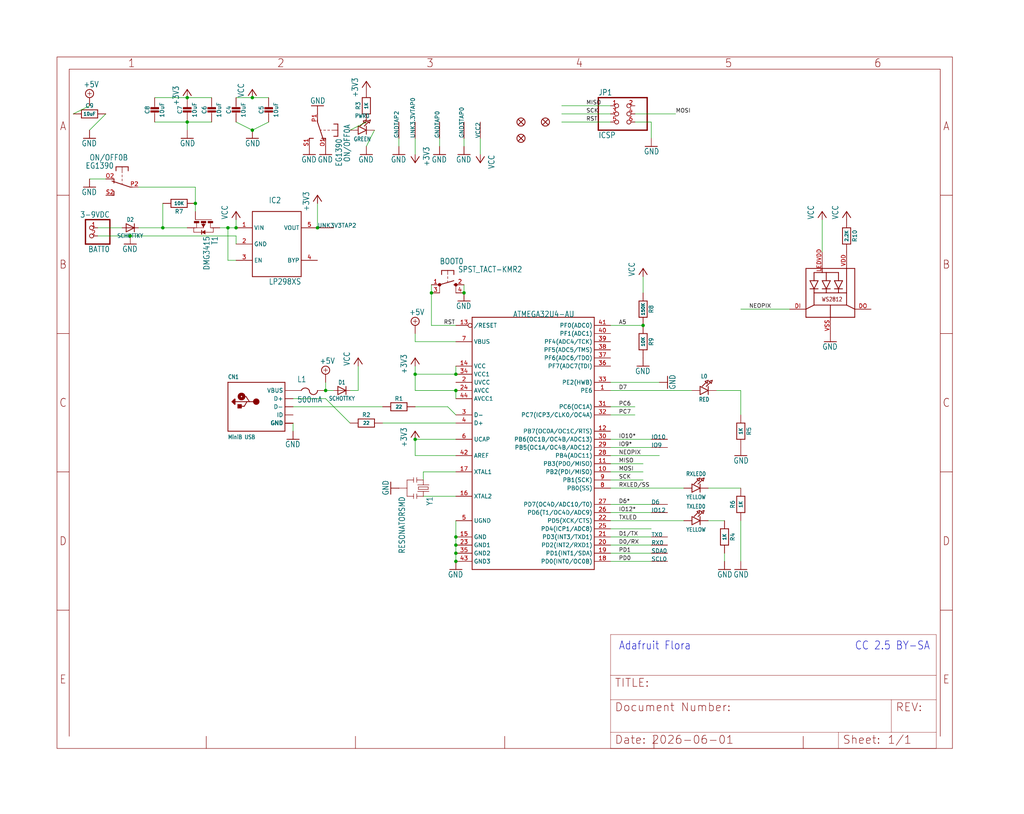
<source format=kicad_sch>
(kicad_sch (version 20230121) (generator eeschema)
  (paper "User" 319.507 254.127)
  (lib_symbols
    (symbol "working-eagle-import:+3V3" (power)
      (property "Value" "+3V3" (at -2.54 -5.08 90))
      (symbol "+3V3_1_0"
        (pin power_in line (at 0 -2.54 90) (length 2.54) (name "+3V3") (number "1"))
      )
    )
    (symbol "working-eagle-import:+5V" (power)
      (property "Value" "+5V" (at -1.905 3.175 0))
      (symbol "+5V_1_0"
        (pin power_in line (at 0 -2.54 90) (length 2.54) (name "+5V") (number "1"))
      )
    )
    (symbol "working-eagle-import:ATMEGA32U4-AU"
      (symbol "ATMEGA32U4-AU_1_0"
        (pin bidirectional line (at 25.4 22.86 180) (length 5.08) (name "PE6") (number "1"))
        (pin bidirectional line (at 25.4 -2.54 180) (length 5.08) (name "PB2(PDI/MISO)") (number "10"))
        (pin bidirectional line (at 25.4 0 180) (length 5.08) (name "PB3(PDO/MISO)") (number "11"))
        (pin bidirectional line (at 25.4 10.16 180) (length 5.08) (name "PB7(OC0A/OC1C/RTS)") (number "12"))
        (pin bidirectional inverted (at -22.86 43.18 0) (length 5.08) (name "/RESET") (number "13"))
        (pin bidirectional line (at -22.86 30.48 0) (length 5.08) (name "VCC") (number "14"))
        (pin bidirectional line (at -22.86 -22.86 0) (length 5.08) (name "GND") (number "15"))
        (pin bidirectional line (at -22.86 -10.16 0) (length 5.08) (name "XTAL2") (number "16"))
        (pin bidirectional line (at -22.86 -2.54 0) (length 5.08) (name "XTAL1") (number "17"))
        (pin bidirectional line (at 25.4 -30.48 180) (length 5.08) (name "PD0(INT0/OC0B)") (number "18"))
        (pin bidirectional line (at 25.4 -27.94 180) (length 5.08) (name "PD1(INT1/SDA)") (number "19"))
        (pin bidirectional line (at -22.86 25.4 0) (length 5.08) (name "UVCC") (number "2"))
        (pin bidirectional line (at 25.4 -25.4 180) (length 5.08) (name "PD2(INT2/RXD1)") (number "20"))
        (pin bidirectional line (at 25.4 -22.86 180) (length 5.08) (name "PD3(INT3/TXD1)") (number "21"))
        (pin bidirectional line (at 25.4 -17.78 180) (length 5.08) (name "PD5(XCK/CTS)") (number "22"))
        (pin bidirectional line (at -22.86 -25.4 0) (length 5.08) (name "GND1") (number "23"))
        (pin bidirectional line (at -22.86 22.86 0) (length 5.08) (name "AVCC") (number "24"))
        (pin bidirectional line (at 25.4 -20.32 180) (length 5.08) (name "PD4(ICP1/ADC8)") (number "25"))
        (pin bidirectional line (at 25.4 -15.24 180) (length 5.08) (name "PD6(T1/OC4D/ADC9)") (number "26"))
        (pin bidirectional line (at 25.4 -12.7 180) (length 5.08) (name "PD7(OC4D/ADC10/T0)") (number "27"))
        (pin bidirectional line (at 25.4 2.54 180) (length 5.08) (name "PB4(ADC11)") (number "28"))
        (pin bidirectional line (at 25.4 5.08 180) (length 5.08) (name "PB5(OC1A/OC4B/ADC12)") (number "29"))
        (pin bidirectional line (at -22.86 15.24 0) (length 5.08) (name "D-") (number "3"))
        (pin bidirectional line (at 25.4 7.62 180) (length 5.08) (name "PB6(OC1B/OC4B/ADC13)") (number "30"))
        (pin bidirectional line (at 25.4 17.78 180) (length 5.08) (name "PC6(OC1A)") (number "31"))
        (pin bidirectional line (at 25.4 15.24 180) (length 5.08) (name "PC7(ICP3/CLK0/OC4A)") (number "32"))
        (pin bidirectional line (at 25.4 25.4 180) (length 5.08) (name "PE2(HWB)") (number "33"))
        (pin bidirectional line (at -22.86 27.94 0) (length 5.08) (name "VCC1") (number "34"))
        (pin bidirectional line (at -22.86 -27.94 0) (length 5.08) (name "GND2") (number "35"))
        (pin bidirectional line (at 25.4 30.48 180) (length 5.08) (name "PF7(ADC7(TDI)") (number "36"))
        (pin bidirectional line (at 25.4 33.02 180) (length 5.08) (name "PF6(ADC6/TDO)") (number "37"))
        (pin bidirectional line (at 25.4 35.56 180) (length 5.08) (name "PF5(ADC5/TMS)") (number "38"))
        (pin bidirectional line (at 25.4 38.1 180) (length 5.08) (name "PF4(ADC4/TCK)") (number "39"))
        (pin bidirectional line (at -22.86 12.7 0) (length 5.08) (name "D+") (number "4"))
        (pin bidirectional line (at 25.4 40.64 180) (length 5.08) (name "PF1(ADC1)") (number "40"))
        (pin bidirectional line (at 25.4 43.18 180) (length 5.08) (name "PF0(ADC0)") (number "41"))
        (pin bidirectional line (at -22.86 2.54 0) (length 5.08) (name "AREF") (number "42"))
        (pin bidirectional line (at -22.86 -30.48 0) (length 5.08) (name "GND3") (number "43"))
        (pin bidirectional line (at -22.86 20.32 0) (length 5.08) (name "AVCC1") (number "44"))
        (pin bidirectional line (at -22.86 -17.78 0) (length 5.08) (name "UGND") (number "5"))
        (pin bidirectional line (at -22.86 7.62 0) (length 5.08) (name "UCAP") (number "6"))
        (pin bidirectional line (at -22.86 38.1 0) (length 5.08) (name "VBUS") (number "7"))
        (pin bidirectional line (at 25.4 -7.62 180) (length 5.08) (name "PB0(SS)") (number "8"))
        (pin bidirectional line (at 25.4 -5.08 180) (length 5.08) (name "PB1(SCK)") (number "9"))
      )
    )
    (symbol "working-eagle-import:CAP_CERAMIC0805-NOOUTLINE"
      (property "Reference" "C" (at -2.29 1.25 90))
      (symbol "CAP_CERAMIC0805-NOOUTLINE_1_0"
        (pin passive line (at 0 5.08 270) (length 2.54) (name "1") (number "1"))
        (pin passive line (at 0 -2.54 90) (length 2.54) (name "2") (number "2"))
      )
    )
    (symbol "working-eagle-import:DIODESOD-123"
      (property "Reference" "D" (at 0 2.54 0))
      (symbol "DIODESOD-123_1_0"
        (pin passive line (at -2.54 0 0) (length 2.54) (name "A") (number "A"))
        (pin passive line (at 2.54 0 180) (length 2.54) (name "C") (number "C"))
      )
    )
    (symbol "working-eagle-import:DPDT-EG1390"
      (property "Reference" "SW" (at -8.255 -1.905 90))
      (symbol "DPDT-EG1390_1_0"
        (pin passive line (at -2.54 5.08 270) (length 2.54) (name "O") (number "O1"))
        (pin passive line (at 0 -5.08 90) (length 2.54) (name "P") (number "P1"))
        (pin passive line (at 2.54 5.08 270) (length 2.54) (name "S") (number "S1"))
      )
      (symbol "DPDT-EG1390_2_0"
        (pin passive line (at -2.54 5.08 270) (length 2.54) (name "O") (number "O2"))
        (pin passive line (at 0 -5.08 90) (length 2.54) (name "P") (number "P2"))
        (pin passive line (at 2.54 5.08 270) (length 2.54) (name "S") (number "S2"))
      )
    )
    (symbol "working-eagle-import:FIDUCIAL{dblquote}{dblquote}")
    (symbol "working-eagle-import:FRAME_A_L"
      (symbol "FRAME_A_L_1_0"
        (text "1" (at 23.2833 213.995 0) (effects (font (size 2.54 2.286))))
        (text "2" (at 69.85 213.995 0) (effects (font (size 2.54 2.286))))
        (text "3" (at 116.4167 213.995 0) (effects (font (size 2.54 2.286))))
        (text "4" (at 162.9833 213.995 0) (effects (font (size 2.54 2.286))))
        (text "5" (at 209.55 213.995 0) (effects (font (size 2.54 2.286))))
        (text "6" (at 256.1167 213.995 0) (effects (font (size 2.54 2.286))))
        (text "A" (at 1.905 194.31 0) (effects (font (size 2.54 2.286))))
        (text "A" (at 277.495 194.31 0) (effects (font (size 2.54 2.286))))
        (text "B" (at 1.905 151.13 0) (effects (font (size 2.54 2.286))))
        (text "B" (at 277.495 151.13 0) (effects (font (size 2.54 2.286))))
        (text "C" (at 1.905 107.95 0) (effects (font (size 2.54 2.286))))
        (text "C" (at 277.495 107.95 0) (effects (font (size 2.54 2.286))))
        (text "D" (at 1.905 64.77 0) (effects (font (size 2.54 2.286))))
        (text "D" (at 277.495 64.77 0) (effects (font (size 2.54 2.286))))
        (text "E" (at 1.905 21.59 0) (effects (font (size 2.54 2.286))))
        (text "E" (at 277.495 21.59 0) (effects (font (size 2.54 2.286))))
      )
      (symbol "FRAME_A_L_2_0"
        (text "${#}/${##}" (at 86.36 1.27 0) (effects (font (size 2.54 2.54)) (justify left bottom)))
        (text "${CURRENT_DATE}" (at 12.7 1.27 0) (effects (font (size 2.54 2.54)) (justify left bottom)))
        (text "${PROJECTNAME}" (at 17.78 19.05 0) (effects (font (size 2.54 2.54)) (justify left bottom)))
        (text "Date:" (at 1.27 1.27 0) (effects (font (size 2.54 2.54)) (justify left bottom)))
        (text "Document Number:" (at 1.27 11.43 0) (effects (font (size 2.54 2.54)) (justify left bottom)))
        (text "REV:" (at 88.9 11.43 0) (effects (font (size 2.54 2.54)) (justify left bottom)))
        (text "Sheet:" (at 72.39 1.27 0) (effects (font (size 2.54 2.54)) (justify left bottom)))
        (text "TITLE:" (at 1.27 19.05 0) (effects (font (size 2.54 2.54)) (justify left bottom)))
      )
    )
    (symbol "working-eagle-import:GND" (power)
      (property "Value" "GND" (at -2.54 -2.54 0))
      (symbol "GND_1_0"
        (pin power_in line (at 0 2.54 270) (length 2.54) (name "GND") (number "1"))
      )
    )
    (symbol "working-eagle-import:JST_2PIN-SMT-RA"
      (property "Reference" "CN" (at -6.35 5.715 0))
      (symbol "JST_2PIN-SMT-RA_1_0"
        (pin passive inverted (at -2.54 0 0) (length 2.54) (name "2") (number "1"))
        (pin passive inverted (at -2.54 2.54 0) (length 2.54) (name "1") (number "2"))
      )
    )
    (symbol "working-eagle-import:LED0805_NOOUTLINE"
      (property "Reference" "D" (at -1.27 4.445 0))
      (symbol "LED0805_NOOUTLINE_1_0"
        (pin passive line (at -5.08 0 0) (length 2.54) (name "A") (number "A"))
        (pin passive line (at 2.54 0 180) (length 2.54) (name "C") (number "C"))
      )
    )
    (symbol "working-eagle-import:LP298XS"
      (property "Reference" "IC" (at -12.7 -5.08 90))
      (symbol "LP298XS_1_0"
        (pin bidirectional line (at -5.08 -15.24 90) (length 5.08) (name "VIN") (number "1"))
        (pin bidirectional line (at 0 -15.24 90) (length 5.08) (name "GND") (number "2"))
        (pin bidirectional line (at 5.08 -15.24 90) (length 5.08) (name "EN") (number "3"))
        (pin bidirectional line (at 5.08 10.16 270) (length 5.08) (name "BYP") (number "4"))
        (pin bidirectional line (at -5.08 10.16 270) (length 5.08) (name "VOUT") (number "5"))
      )
    )
    (symbol "working-eagle-import:PINHD-2X3"
      (property "Reference" "JP" (at -6.35 5.715 0))
      (symbol "PINHD-2X3_1_0"
        (pin passive inverted (at -2.54 2.54 0) (length 2.54) (name "1") (number "1"))
        (pin passive inverted (at 5.08 2.54 180) (length 2.54) (name "2") (number "2"))
        (pin passive inverted (at -2.54 0 0) (length 2.54) (name "3") (number "3"))
        (pin passive inverted (at 5.08 0 180) (length 2.54) (name "4") (number "4"))
        (pin passive inverted (at -2.54 -2.54 0) (length 2.54) (name "5") (number "5"))
        (pin passive inverted (at 5.08 -2.54 180) (length 2.54) (name "6") (number "6"))
      )
    )
    (symbol "working-eagle-import:PMOSSOT23"
      (property "Reference" "T" (at 2.54 2.54 0))
      (symbol "PMOSSOT23_1_0"
        (pin passive line (at 0 5.08 270) (length 2.54) (name "D") (number "1"))
        (pin passive line (at 0 -5.08 90) (length 2.54) (name "S") (number "2"))
        (pin passive line (at -5.08 -2.54 0) (length 2.54) (name "G") (number "3"))
      )
    )
    (symbol "working-eagle-import:PTCFUSE-1206"
      (property "Reference" "F" (at -3.81 5.08 0))
      (symbol "PTCFUSE-1206_1_0"
        (pin passive line (at -5.08 2.54 0) (length 2.54) (name "1") (number "1"))
        (pin passive line (at 5.08 2.54 180) (length 2.54) (name "2") (number "2"))
      )
    )
    (symbol "working-eagle-import:RESISTOR0805_NOOUTLINE"
      (property "Reference" "R" (at 0 2.54 0))
      (symbol "RESISTOR0805_NOOUTLINE_1_0"
        (pin passive line (at -5.08 0 0) (length 2.54) (name "1") (number "1"))
        (pin passive line (at 5.08 0 180) (length 2.54) (name "2") (number "2"))
      )
    )
    (symbol "working-eagle-import:RESISTOR_0805MP"
      (property "Reference" "R" (at 0 2.54 0))
      (symbol "RESISTOR_0805MP_1_0"
        (pin passive line (at -5.08 0 0) (length 2.54) (name "1") (number "1"))
        (pin passive line (at 5.08 0 180) (length 2.54) (name "2") (number "2"))
      )
    )
    (symbol "working-eagle-import:RESONATORSMD"
      (property "Reference" "Y" (at 2.54 1.016 0))
      (symbol "RESONATORSMD_1_0"
        (pin passive line (at -2.54 0 0) (length 0) (name "1") (number "1"))
        (pin passive line (at 0 -7.62 90) (length 0) (name "2") (number "2"))
        (pin passive line (at 2.54 0 180) (length 0) (name "3") (number "3"))
      )
    )
    (symbol "working-eagle-import:SEWTAP-2.0IN"
      (property "Reference" "TP" (at 0 0 0))
      (symbol "SEWTAP-2.0IN_1_0"
        (pin bidirectional line (at 0 0 0) (length 5.08) (name "SEW") (number "P$1"))
      )
    )
    (symbol "working-eagle-import:SPST_TACT-KMR2"
      (property "Reference" "SW" (at -6.35 -2.54 90))
      (symbol "SPST_TACT-KMR2_1_0"
        (pin passive line (at 0 -5.08 90) (length 2.54) (name "P") (number "1"))
        (pin passive line (at 0 5.08 270) (length 2.54) (name "S") (number "2"))
        (pin passive line (at 2.54 -5.08 90) (length 2.54) (name "P1") (number "3"))
        (pin passive line (at 2.54 5.08 270) (length 2.54) (name "S1") (number "4"))
      )
    )
    (symbol "working-eagle-import:USBMICRO_20329"
      (property "Reference" "X" (at -10.16 8.636 0))
      (symbol "USBMICRO_20329_1_0"
        (pin power_in line (at 10.16 -5.08 180) (length 2.54) (name "GND") (number "BASE@1"))
        (pin power_in line (at 10.16 -5.08 180) (length 2.54) (name "GND") (number "BASE@2"))
        (pin bidirectional line (at 10.16 2.54 180) (length 2.54) (name "D+") (number "D+"))
        (pin bidirectional line (at 10.16 0 180) (length 2.54) (name "D-") (number "D-"))
        (pin power_in line (at 10.16 -5.08 180) (length 2.54) (name "GND") (number "GND"))
        (pin bidirectional line (at 10.16 -2.54 180) (length 2.54) (name "ID") (number "ID"))
        (pin power_in line (at 10.16 -5.08 180) (length 2.54) (name "GND") (number "SPRT@1"))
        (pin power_in line (at 10.16 -5.08 180) (length 2.54) (name "GND") (number "SPRT@2"))
        (pin power_in line (at 10.16 -5.08 180) (length 2.54) (name "GND") (number "SPRT@3"))
        (pin power_in line (at 10.16 -5.08 180) (length 2.54) (name "GND") (number "SPRT@4"))
        (pin power_in line (at 10.16 5.08 180) (length 2.54) (name "VBUS") (number "VBUS"))
      )
    )
    (symbol "working-eagle-import:VCC" (power)
      (property "Value" "VCC" (at -2.54 -2.54 90))
      (symbol "VCC_1_0"
        (pin power_in line (at 0 -2.54 90) (length 2.54) (name "VCC") (number "1"))
      )
    )
    (symbol "working-eagle-import:WS2812"
      (symbol "WS2812_1_0"
        (text "WS2812" (at 3.81 1.27 0) (effects (font (size 1.27 1.0795)) (justify right top)))
        (pin input line (at -12.7 -2.54 0) (length 5.08) (name "DI") (number "DI"))
        (pin output line (at 12.7 -2.54 180) (length 5.08) (name "DO") (number "DO"))
        (pin power_in line (at -2.54 15.24 270) (length 5.08) (name "LEDVDD") (number "LEDVDD"))
        (pin power_in line (at 5.08 15.24 270) (length 5.08) (name "VDD") (number "VDD"))
        (pin power_in line (at 0 -10.16 90) (length 5.08) (name "GND") (number "VSS"))
      )
    )
  )
  (junction (at 142.24 172.72))
  (junction (at 58.42 30.48))
  (junction (at 144.78 91.44))
  (junction (at 134.62 91.44))
  (junction (at 73.66 71.12))
  (junction (at 99.06 71.12))
  (junction (at 142.24 121.92))
  (junction (at 142.24 116.84))
  (junction (at 200.66 101.6))
  (junction (at 129.54 137.16))
  (junction (at 142.24 170.18))
  (junction (at 60.96 63.5))
  (junction (at 71.12 71.12))
  (junction (at 78.74 30.48))
  (junction (at 101.6 121.92))
  (junction (at 142.24 167.64))
  (junction (at 142.24 175.26))
  (junction (at 78.74 40.64))
  (junction (at 40.64 73.66))
  (junction (at 58.42 38.1))
  (junction (at 129.54 116.84))
  (junction (at 50.8 71.12))
  (wire (pts (xy 190.5 142.24) (xy 205.74 142.24)) (stroke (width 0.1524)))
  (wire (pts (xy 142.24 172.72) (xy 142.24 175.26)) (stroke (width 0.1524)))
  (wire (pts (xy 205.74 119.38) (xy 190.5 119.38)) (stroke (width 0.1524)))
  (wire (pts (xy 43.18 58.42) (xy 60.96 58.42)) (stroke (width 0.1524)))
  (wire (pts (xy 73.66 38.1) (xy 78.74 40.64)) (stroke (width 0.1524)))
  (wire (pts (xy 91.44 132.08) (xy 91.44 134.62)) (stroke (width 0.1524)))
  (wire (pts (xy 30.48 71.12) (xy 38.1 71.12)) (stroke (width 0.1524)))
  (wire (pts (xy 129.54 106.68) (xy 129.54 104.14)) (stroke (width 0.1524)))
  (wire (pts (xy 246.38 96.52) (xy 231.14 96.52)) (stroke (width 0.1524)))
  (wire (pts (xy 190.5 165.1) (xy 203.2 165.1)) (stroke (width 0.1524)))
  (wire (pts (xy 71.12 71.12) (xy 73.66 71.12)) (stroke (width 0.1524)))
  (wire (pts (xy 66.04 30.48) (xy 58.42 30.48)) (stroke (width 0.1524)))
  (wire (pts (xy 142.24 154.94) (xy 132.08 154.94)) (stroke (width 0.1524)))
  (wire (pts (xy 220.98 152.4) (xy 231.14 152.4)) (stroke (width 0.1524)))
  (wire (pts (xy 73.66 30.48) (xy 78.74 30.48)) (stroke (width 0.1524)))
  (wire (pts (xy 91.44 124.46) (xy 101.6 124.46)) (stroke (width 0.1524)))
  (wire (pts (xy 73.66 73.66) (xy 40.64 73.66)) (stroke (width 0.1524)))
  (wire (pts (xy 190.5 121.92) (xy 215.9 121.92)) (stroke (width 0.1524)))
  (wire (pts (xy 190.5 147.32) (xy 200.66 147.32)) (stroke (width 0.1524)))
  (wire (pts (xy 68.58 71.12) (xy 71.12 71.12)) (stroke (width 0.1524)))
  (wire (pts (xy 78.74 40.64) (xy 83.82 38.1)) (stroke (width 0.1524)))
  (wire (pts (xy 190.5 33.02) (xy 175.26 33.02)) (stroke (width 0.1524)))
  (wire (pts (xy 60.96 63.5) (xy 60.96 66.04)) (stroke (width 0.1524)))
  (wire (pts (xy 101.6 124.46) (xy 109.22 132.08)) (stroke (width 0.1524)))
  (wire (pts (xy 190.5 101.6) (xy 200.66 101.6)) (stroke (width 0.1524)))
  (wire (pts (xy 142.24 162.56) (xy 142.24 167.64)) (stroke (width 0.1524)))
  (wire (pts (xy 190.5 139.7) (xy 203.2 139.7)) (stroke (width 0.1524)))
  (wire (pts (xy 231.14 175.26) (xy 231.14 162.56)) (stroke (width 0.1524)))
  (wire (pts (xy 190.5 144.78) (xy 200.66 144.78)) (stroke (width 0.1524)))
  (wire (pts (xy 144.78 88.9) (xy 144.78 91.44)) (stroke (width 0.1524)))
  (wire (pts (xy 142.24 124.46) (xy 142.24 121.92)) (stroke (width 0.1524)))
  (wire (pts (xy 190.5 38.1) (xy 175.26 38.1)) (stroke (width 0.1524)))
  (wire (pts (xy 149.86 43.18) (xy 149.86 48.26)) (stroke (width 0.1524)))
  (wire (pts (xy 203.2 43.18) (xy 203.2 38.1)) (stroke (width 0.1524)))
  (wire (pts (xy 190.5 137.16) (xy 203.2 137.16)) (stroke (width 0.1524)))
  (wire (pts (xy 134.62 88.9) (xy 134.62 91.44)) (stroke (width 0.1524)))
  (wire (pts (xy 48.26 30.48) (xy 58.42 30.48)) (stroke (width 0.1524)))
  (wire (pts (xy 132.08 147.32) (xy 132.08 149.86)) (stroke (width 0.1524)))
  (wire (pts (xy 142.24 121.92) (xy 129.54 121.92)) (stroke (width 0.1524)))
  (wire (pts (xy 101.6 119.38) (xy 101.6 121.92)) (stroke (width 0.1524)))
  (wire (pts (xy 223.52 121.92) (xy 231.14 121.92)) (stroke (width 0.1524)))
  (wire (pts (xy 132.08 147.32) (xy 142.24 147.32)) (stroke (width 0.1524)))
  (wire (pts (xy 142.24 101.6) (xy 134.62 101.6)) (stroke (width 0.1524)))
  (wire (pts (xy 114.3 38.1) (xy 109.22 40.64)) (stroke (width 0.1524)))
  (wire (pts (xy 137.16 45.72) (xy 137.16 43.18)) (stroke (width 0.1524)))
  (wire (pts (xy 27.94 33.02) (xy 22.86 35.56)) (stroke (width 0.1524)))
  (wire (pts (xy 190.5 129.54) (xy 198.12 129.54)) (stroke (width 0.1524)))
  (wire (pts (xy 27.94 55.88) (xy 33.02 55.88)) (stroke (width 0.1524)))
  (wire (pts (xy 190.5 35.56) (xy 175.26 35.56)) (stroke (width 0.1524)))
  (wire (pts (xy 30.48 73.66) (xy 40.64 73.66)) (stroke (width 0.1524)))
  (wire (pts (xy 142.24 116.84) (xy 142.24 114.3)) (stroke (width 0.1524)))
  (wire (pts (xy 203.2 38.1) (xy 198.12 38.1)) (stroke (width 0.1524)))
  (wire (pts (xy 200.66 86.36) (xy 200.66 91.44)) (stroke (width 0.1524)))
  (wire (pts (xy 226.06 162.56) (xy 220.98 162.56)) (stroke (width 0.1524)))
  (wire (pts (xy 129.54 116.84) (xy 142.24 116.84)) (stroke (width 0.1524)))
  (wire (pts (xy 43.18 71.12) (xy 50.8 71.12)) (stroke (width 0.1524)))
  (wire (pts (xy 58.42 71.12) (xy 50.8 71.12)) (stroke (width 0.1524)))
  (wire (pts (xy 73.66 81.28) (xy 71.12 81.28)) (stroke (width 0.1524)))
  (wire (pts (xy 190.5 127) (xy 198.12 127)) (stroke (width 0.1524)))
  (wire (pts (xy 129.54 142.24) (xy 142.24 142.24)) (stroke (width 0.1524)))
  (wire (pts (xy 129.54 127) (xy 139.7 127)) (stroke (width 0.1524)))
  (wire (pts (xy 231.14 121.92) (xy 231.14 129.54)) (stroke (width 0.1524)))
  (wire (pts (xy 203.2 157.48) (xy 190.5 157.48)) (stroke (width 0.1524)))
  (wire (pts (xy 190.5 172.72) (xy 203.2 172.72)) (stroke (width 0.1524)))
  (wire (pts (xy 50.8 63.5) (xy 50.8 71.12)) (stroke (width 0.1524)))
  (wire (pts (xy 190.5 152.4) (xy 213.36 152.4)) (stroke (width 0.1524)))
  (wire (pts (xy 190.5 175.26) (xy 203.2 175.26)) (stroke (width 0.1524)))
  (wire (pts (xy 144.78 45.72) (xy 144.78 43.18)) (stroke (width 0.1524)))
  (wire (pts (xy 66.04 38.1) (xy 58.42 38.1)) (stroke (width 0.1524)))
  (wire (pts (xy 119.38 132.08) (xy 142.24 132.08)) (stroke (width 0.1524)))
  (wire (pts (xy 129.54 137.16) (xy 129.54 142.24)) (stroke (width 0.1524)))
  (wire (pts (xy 190.5 162.56) (xy 213.36 162.56)) (stroke (width 0.1524)))
  (wire (pts (xy 104.14 121.92) (xy 101.6 121.92)) (stroke (width 0.1524)))
  (wire (pts (xy 71.12 81.28) (xy 71.12 71.12)) (stroke (width 0.1524)))
  (wire (pts (xy 139.7 127) (xy 142.24 129.54)) (stroke (width 0.1524)))
  (wire (pts (xy 78.74 30.48) (xy 83.82 30.48)) (stroke (width 0.1524)))
  (wire (pts (xy 111.76 121.92) (xy 111.76 114.3)) (stroke (width 0.1524)))
  (wire (pts (xy 190.5 160.02) (xy 203.2 160.02)) (stroke (width 0.1524)))
  (wire (pts (xy 109.22 121.92) (xy 111.76 121.92)) (stroke (width 0.1524)))
  (wire (pts (xy 129.54 48.26) (xy 129.54 43.18)) (stroke (width 0.1524)))
  (wire (pts (xy 142.24 106.68) (xy 129.54 106.68)) (stroke (width 0.1524)))
  (wire (pts (xy 142.24 137.16) (xy 129.54 137.16)) (stroke (width 0.1524)))
  (wire (pts (xy 129.54 116.84) (xy 129.54 114.3)) (stroke (width 0.1524)))
  (wire (pts (xy 190.5 149.86) (xy 200.66 149.86)) (stroke (width 0.1524)))
  (wire (pts (xy 124.46 45.72) (xy 124.46 43.18)) (stroke (width 0.1524)))
  (wire (pts (xy 226.06 175.26) (xy 226.06 172.72)) (stroke (width 0.1524)))
  (wire (pts (xy 256.54 68.58) (xy 256.54 78.74)) (stroke (width 0.1524)))
  (wire (pts (xy 27.94 40.64) (xy 33.02 35.56)) (stroke (width 0.1524)))
  (wire (pts (xy 142.24 170.18) (xy 142.24 172.72)) (stroke (width 0.1524)))
  (wire (pts (xy 73.66 71.12) (xy 73.66 68.58)) (stroke (width 0.1524)))
  (wire (pts (xy 91.44 127) (xy 119.38 127)) (stroke (width 0.1524)))
  (wire (pts (xy 114.3 45.72) (xy 116.84 40.64)) (stroke (width 0.1524)))
  (wire (pts (xy 190.5 167.64) (xy 203.2 167.64)) (stroke (width 0.1524)))
  (wire (pts (xy 99.06 63.5) (xy 99.06 71.12)) (stroke (width 0.1524)))
  (wire (pts (xy 73.66 76.2) (xy 73.66 73.66)) (stroke (width 0.1524)))
  (wire (pts (xy 190.5 170.18) (xy 203.2 170.18)) (stroke (width 0.1524)))
  (wire (pts (xy 198.12 35.56) (xy 210.82 35.56)) (stroke (width 0.1524)))
  (wire (pts (xy 134.62 101.6) (xy 134.62 91.44)) (stroke (width 0.1524)))
  (wire (pts (xy 58.42 40.64) (xy 58.42 38.1)) (stroke (width 0.1524)))
  (wire (pts (xy 129.54 121.92) (xy 129.54 116.84)) (stroke (width 0.1524)))
  (wire (pts (xy 142.24 167.64) (xy 142.24 170.18)) (stroke (width 0.1524)))
  (wire (pts (xy 60.96 58.42) (xy 60.96 63.5)) (stroke (width 0.1524)))
  (wire (pts (xy 58.42 38.1) (xy 48.26 38.1)) (stroke (width 0.1524)))
  (text "Adafruit Flora" (at 193.04 203.2 0) (effects (font (size 2.54 2.159)) (justify left bottom)))
  (text "CC 2.5 BY-SA" (at 266.7 203.2 0) (effects (font (size 2.54 2.159)) (justify left bottom)))
  (label "MISO" (at 193.04 144.78 0) (effects (font (size 1.2446 1.2446))))
  (label "PD0" (at 193.04 175.26 0) (effects (font (size 1.2446 1.2446))))
  (label "IO9*" (at 193.04 139.7 0) (effects (font (size 1.2446 1.2446))))
  (label "RST" (at 182.88 38.1 0) (effects (font (size 1.2446 1.2446))))
  (label "D1/TX" (at 193.04 167.64 0) (effects (font (size 1.2446 1.2446))))
  (label "MISO" (at 182.88 33.02 0) (effects (font (size 1.2446 1.2446))))
  (label "SCK" (at 193.04 149.86 0) (effects (font (size 1.2446 1.2446))))
  (label "MOSI" (at 210.82 35.56 0) (effects (font (size 1.2446 1.2446))))
  (label "MOSI" (at 193.04 147.32 0) (effects (font (size 1.2446 1.2446))))
  (label "NEOPIX" (at 233.68 96.52 0) (effects (font (size 1.2446 1.2446))))
  (label "RXLED/SS" (at 193.04 152.4 0) (effects (font (size 1.2446 1.2446))))
  (label "PC7" (at 193.04 129.54 0) (effects (font (size 1.2446 1.2446))))
  (label "D6*" (at 193.04 157.48 0) (effects (font (size 1.2446 1.2446))))
  (label "RST" (at 138.43 101.6 0) (effects (font (size 1.2446 1.2446))))
  (label "IO10*" (at 193.04 137.16 0) (effects (font (size 1.2446 1.2446))))
  (label "NEOPIX" (at 193.04 142.24 0) (effects (font (size 1.2446 1.2446))))
  (label "SCK" (at 182.88 35.56 0) (effects (font (size 1.2446 1.2446))))
  (label "TXLED" (at 193.04 162.56 0) (effects (font (size 1.2446 1.2446))))
  (label "PD1" (at 193.04 172.72 0) (effects (font (size 1.2446 1.2446))))
  (label "IO12*" (at 193.04 160.02 0) (effects (font (size 1.2446 1.2446))))
  (label "PC6" (at 193.04 127 0) (effects (font (size 1.2446 1.2446))))
  (label "D7" (at 193.04 121.92 0) (effects (font (size 1.2446 1.2446))))
  (label "A5" (at 193.04 101.6 0) (effects (font (size 1.2446 1.2446))))
  (label "D0/RX" (at 193.04 170.18 0) (effects (font (size 1.2446 1.2446))))
  (symbol (lib_id "working-eagle-import:RESISTOR0805_NOOUTLINE") (at 231.14 157.48 90) (unit 1)
    (property "Reference" "R6" (at 228.6 157.48 0))
    (property "Value" "1K" (at 231.14 157.48 0) (effects (font (size 1.016 1.016) bold)))
    (property "Footprint" "working:0805-NO" (effects hide))
  )
  (symbol (lib_id "working-eagle-import:LED0805_NOOUTLINE") (at 114.3 40.64 0) (unit 1)
    (property "Reference" "PWR0" (at 113.03 36.195 0) (effects (font (size 1.27 1.0795))))
    (property "Value" "GREEN" (at 113.03 43.434 0) (effects (font (size 1.27 1.0795))))
    (property "Footprint" "working:CHIPLED_0805_NOOUTLINE" (effects hide))
  )
  (symbol (lib_id "working-eagle-import:RESISTOR0805_NOOUTLINE") (at 200.66 106.68 270) (unit 1)
    (property "Reference" "R9" (at 203.2 106.68 0))
    (property "Value" "10K" (at 200.66 106.68 0) (effects (font (size 1.016 1.016) bold)))
    (property "Footprint" "working:0805-NO" (effects hide))
  )
  (symbol (lib_id "working-eagle-import:LP298XS") (at 88.9 76.2 270) (unit 1)
    (property "Reference" "IC2" (at 83.82 63.5 90) (effects (font (size 1.778 1.5113)) (justify left bottom)))
    (property "Value" "LP298XS" (at 83.82 88.9 90) (effects (font (size 1.778 1.5113)) (justify left bottom)))
    (property "Footprint" "working:SOT23-5L" (effects hide))
  )
  (symbol (lib_id "working-eagle-import:GND") (at 58.42 43.18 0) (mirror y) (unit 1)
    (property "Reference" "#GND22" (effects hide))
    (property "Value" "GND" (at 60.96 45.72 0) (effects (font (size 1.778 1.5113)) (justify left bottom)))
  )
  (symbol (lib_id "working-eagle-import:WS2812") (at 259.08 93.98 0) (unit 1)
    (property "Reference" "LED1" (effects hide))
    (property "Value" "WS2812" (effects hide))
    (property "Footprint" "working:WS2812" (effects hide))
  )
  (symbol (lib_id "working-eagle-import:RESISTOR0805_NOOUTLINE") (at 200.66 96.52 270) (unit 1)
    (property "Reference" "R8" (at 203.2 96.52 0))
    (property "Value" "150K" (at 200.66 96.52 0) (effects (font (size 1.016 1.016) bold)))
    (property "Footprint" "working:0805-NO" (effects hide))
  )
  (symbol (lib_id "working-eagle-import:CAP_CERAMIC0805-NOOUTLINE") (at 58.42 35.56 0) (unit 1)
    (property "Reference" "C7" (at 56.13 34.31 90))
    (property "Value" "10uF" (at 60.72 34.31 90))
    (property "Footprint" "working:0805-NO" (effects hide))
  )
  (symbol (lib_id "working-eagle-import:SEWTAP-2.0IN") (at 129.54 43.18 90) (unit 1)
    (property "Reference" "UNK3.3VTAP0" (at 129.54 43.18 0) (effects (justify left bottom)))
    (property "Value" "SEWTAP-2.0IN" (effects hide))
    (property "Footprint" "working:SEWINGTAP_2.0" (effects hide))
  )
  (symbol (lib_id "working-eagle-import:SEWTAP-2.0IN") (at 203.2 172.72 0) (unit 1)
    (property "Reference" "SDA0" (at 203.2 172.72 0) (effects (justify left bottom)))
    (property "Value" "SEWTAP-2.0IN" (effects hide))
    (property "Footprint" "working:SEWINGTAP_2.0" (effects hide))
  )
  (symbol (lib_id "working-eagle-import:SEWTAP-2.0IN") (at 203.2 139.7 0) (unit 1)
    (property "Reference" "IO9" (at 203.2 139.7 0) (effects (justify left bottom)))
    (property "Value" "SEWTAP-2.0IN" (effects hide))
    (property "Footprint" "working:SEWINGTAP_2.0" (effects hide))
  )
  (symbol (lib_id "working-eagle-import:GND") (at 78.74 43.18 0) (mirror y) (unit 1)
    (property "Reference" "#GND23" (effects hide))
    (property "Value" "GND" (at 81.28 45.72 0) (effects (font (size 1.778 1.5113)) (justify left bottom)))
  )
  (symbol (lib_id "working-eagle-import:CAP_CERAMIC0805-NOOUTLINE") (at 73.66 35.56 0) (unit 1)
    (property "Reference" "C4" (at 71.37 34.31 90))
    (property "Value" "10uF" (at 75.96 34.31 90))
    (property "Footprint" "working:0805-NO" (effects hide))
  )
  (symbol (lib_id "working-eagle-import:GND") (at 99.06 33.02 180) (unit 1)
    (property "Reference" "#GND19" (effects hide))
    (property "Value" "GND" (at 101.6 30.48 0) (effects (font (size 1.778 1.5113)) (justify left bottom)))
  )
  (symbol (lib_id "working-eagle-import:GND") (at 27.94 58.42 0) (unit 1)
    (property "Reference" "#GND16" (effects hide))
    (property "Value" "GND" (at 25.4 60.96 0) (effects (font (size 1.778 1.5113)) (justify left bottom)))
  )
  (symbol (lib_id "working-eagle-import:RESISTOR_0805MP") (at 55.88 63.5 180) (unit 1)
    (property "Reference" "R7" (at 55.88 66.04 0))
    (property "Value" "10K" (at 55.88 63.5 0) (effects (font (size 1.016 1.016) bold)))
    (property "Footprint" "working:_0805MP" (effects hide))
  )
  (symbol (lib_id "working-eagle-import:GND") (at 226.06 177.8 0) (mirror y) (unit 1)
    (property "Reference" "#GND5" (effects hide))
    (property "Value" "GND" (at 228.6 180.34 0) (effects (font (size 1.778 1.5113)) (justify left bottom)))
  )
  (symbol (lib_id "working-eagle-import:VCC") (at 200.66 83.82 0) (unit 1)
    (property "Reference" "#P+3" (effects hide))
    (property "Value" "VCC" (at 198.12 86.36 90) (effects (font (size 1.778 1.5113)) (justify left bottom)))
  )
  (symbol (lib_id "working-eagle-import:RESISTOR0805_NOOUTLINE") (at 114.3 132.08 0) (unit 1)
    (property "Reference" "R2" (at 114.3 129.54 0))
    (property "Value" "22" (at 114.3 132.08 0) (effects (font (size 1.016 1.016) bold)))
    (property "Footprint" "working:0805-NO" (effects hide))
  )
  (symbol (lib_id "working-eagle-import:SEWTAP-2.0IN") (at 99.06 71.12 0) (unit 1)
    (property "Reference" "UNK3V3TAP2" (at 99.06 71.12 0) (effects (justify left bottom)))
    (property "Value" "SEWTAP-2.0IN" (effects hide))
    (property "Footprint" "working:SEWINGTAP_2.0" (effects hide))
  )
  (symbol (lib_id "working-eagle-import:FRAME_A_L") (at 17.78 233.68 0) (unit 1)
    (property "Reference" "#FRAME1" (effects hide))
    (property "Value" "FRAME_A_L" (effects hide))
  )
  (symbol (lib_id "working-eagle-import:VCC") (at 256.54 66.04 0) (unit 1)
    (property "Reference" "#P+7" (effects hide))
    (property "Value" "VCC" (at 254 68.58 90) (effects (font (size 1.778 1.5113)) (justify left bottom)))
  )
  (symbol (lib_id "working-eagle-import:CAP_CERAMIC0805-NOOUTLINE") (at 48.26 35.56 0) (unit 1)
    (property "Reference" "C8" (at 45.97 34.31 90))
    (property "Value" "10uF" (at 50.56 34.31 90))
    (property "Footprint" "working:0805-NO" (effects hide))
  )
  (symbol (lib_id "working-eagle-import:GND") (at 208.28 119.38 90) (mirror x) (unit 1)
    (property "Reference" "#GND3" (effects hide))
    (property "Value" "GND" (at 210.82 116.84 0) (effects (font (size 1.778 1.5113)) (justify left bottom)))
  )
  (symbol (lib_id "working-eagle-import:FRAME_A_L") (at 190.5 233.68 0) (unit 2)
    (property "Reference" "#FRAME1" (effects hide))
    (property "Value" "FRAME_A_L" (effects hide))
  )
  (symbol (lib_id "working-eagle-import:LED0805_NOOUTLINE") (at 220.98 121.92 0) (unit 1)
    (property "Reference" "L0" (at 219.71 117.475 0) (effects (font (size 1.27 1.0795))))
    (property "Value" "RED" (at 219.71 124.714 0) (effects (font (size 1.27 1.0795))))
    (property "Footprint" "working:CHIPLED_0805_NOOUTLINE" (effects hide))
  )
  (symbol (lib_id "working-eagle-import:LED0805_NOOUTLINE") (at 218.44 152.4 0) (unit 1)
    (property "Reference" "RXLED0" (at 217.17 147.955 0) (effects (font (size 1.27 1.0795))))
    (property "Value" "YELLOW" (at 217.17 155.194 0) (effects (font (size 1.27 1.0795))))
    (property "Footprint" "working:CHIPLED_0805_NOOUTLINE" (effects hide))
  )
  (symbol (lib_id "working-eagle-import:RESISTOR_0805MP") (at 226.06 167.64 270) (unit 1)
    (property "Reference" "R4" (at 228.6 167.64 0))
    (property "Value" "1K" (at 226.06 167.64 0) (effects (font (size 1.016 1.016) bold)))
    (property "Footprint" "working:_0805MP" (effects hide))
  )
  (symbol (lib_id "working-eagle-import:GND") (at 231.14 142.24 0) (mirror y) (unit 1)
    (property "Reference" "#GND10" (effects hide))
    (property "Value" "GND" (at 233.68 144.78 0) (effects (font (size 1.778 1.5113)) (justify left bottom)))
  )
  (symbol (lib_id "working-eagle-import:+3V3") (at 129.54 111.76 0) (unit 1)
    (property "Reference" "#+3V5" (effects hide))
    (property "Value" "+3V3" (at 127 116.84 90) (effects (font (size 1.778 1.5113)) (justify left bottom)))
  )
  (symbol (lib_id "working-eagle-import:GND") (at 96.52 48.26 0) (unit 1)
    (property "Reference" "#GND18" (effects hide))
    (property "Value" "GND" (at 93.98 50.8 0) (effects (font (size 1.778 1.5113)) (justify left bottom)))
  )
  (symbol (lib_id "working-eagle-import:SEWTAP-2.0IN") (at 203.2 160.02 0) (unit 1)
    (property "Reference" "IO12" (at 203.2 160.02 0) (effects (justify left bottom)))
    (property "Value" "SEWTAP-2.0IN" (effects hide))
    (property "Footprint" "working:SEWINGTAP_2.0" (effects hide))
  )
  (symbol (lib_id "working-eagle-import:+5V") (at 27.94 30.48 0) (unit 1)
    (property "Reference" "#V2" (effects hide))
    (property "Value" "+5V" (at 26.035 27.305 0) (effects (font (size 1.778 1.5113)) (justify left bottom)))
  )
  (symbol (lib_id "working-eagle-import:SEWTAP-2.0IN") (at 137.16 43.18 90) (unit 1)
    (property "Reference" "GNDTAP0" (at 137.16 43.18 0) (effects (justify left bottom)))
    (property "Value" "SEWTAP-2.0IN" (effects hide))
    (property "Footprint" "working:SEWINGTAP_2.0" (effects hide))
  )
  (symbol (lib_id "working-eagle-import:SPST_TACT-KMR2") (at 139.7 88.9 270) (unit 1)
    (property "Reference" "BOOT0" (at 137.16 82.55 90) (effects (font (size 1.778 1.5113)) (justify left bottom)))
    (property "Value" "SPST_TACT-KMR2" (at 142.875 85.09 90) (effects (font (size 1.778 1.5113)) (justify left bottom)))
    (property "Footprint" "working:KMR2" (effects hide))
  )
  (symbol (lib_id "working-eagle-import:SEWTAP-2.0IN") (at 203.2 157.48 0) (unit 1)
    (property "Reference" "D6" (at 203.2 157.48 0) (effects (justify left bottom)))
    (property "Value" "SEWTAP-2.0IN" (effects hide))
    (property "Footprint" "working:SEWINGTAP_2.0" (effects hide))
  )
  (symbol (lib_id "working-eagle-import:RESISTOR0805_NOOUTLINE") (at 124.46 127 0) (unit 1)
    (property "Reference" "R1" (at 124.46 124.46 0))
    (property "Value" "22" (at 124.46 127 0) (effects (font (size 1.016 1.016) bold)))
    (property "Footprint" "working:0805-NO" (effects hide))
  )
  (symbol (lib_id "working-eagle-import:GND") (at 144.78 93.98 0) (unit 1)
    (property "Reference" "#GND7" (effects hide))
    (property "Value" "GND" (at 142.24 96.52 0) (effects (font (size 1.778 1.5113)) (justify left bottom)))
  )
  (symbol (lib_id "working-eagle-import:+5V") (at 101.6 116.84 0) (unit 1)
    (property "Reference" "#V1" (effects hide))
    (property "Value" "+5V" (at 99.695 113.665 0) (effects (font (size 1.778 1.5113)) (justify left bottom)))
  )
  (symbol (lib_id "working-eagle-import:VCC") (at 78.74 27.94 0) (unit 1)
    (property "Reference" "#P+4" (effects hide))
    (property "Value" "VCC" (at 76.2 30.48 90) (effects (font (size 1.778 1.5113)) (justify left bottom)))
  )
  (symbol (lib_id "working-eagle-import:SEWTAP-2.0IN") (at 124.46 43.18 90) (unit 1)
    (property "Reference" "GNDTAP2" (at 124.46 43.18 0) (effects (justify left bottom)))
    (property "Value" "SEWTAP-2.0IN" (effects hide))
    (property "Footprint" "working:SEWINGTAP_2.0" (effects hide))
  )
  (symbol (lib_id "working-eagle-import:GND") (at 114.3 48.26 0) (unit 1)
    (property "Reference" "#GND9" (effects hide))
    (property "Value" "GND" (at 111.76 50.8 0) (effects (font (size 1.778 1.5113)) (justify left bottom)))
  )
  (symbol (lib_id "working-eagle-import:GND") (at 40.64 76.2 0) (unit 1)
    (property "Reference" "#GND11" (effects hide))
    (property "Value" "GND" (at 38.1 78.74 0) (effects (font (size 1.778 1.5113)) (justify left bottom)))
  )
  (symbol (lib_id "working-eagle-import:+3V3") (at 129.54 134.62 0) (unit 1)
    (property "Reference" "#+3V1" (effects hide))
    (property "Value" "+3V3" (at 127 139.7 90) (effects (font (size 1.778 1.5113)) (justify left bottom)))
  )
  (symbol (lib_id "working-eagle-import:+3V3") (at 114.3 25.4 0) (unit 1)
    (property "Reference" "#+3V6" (effects hide))
    (property "Value" "+3V3" (at 111.76 30.48 90) (effects (font (size 1.778 1.5113)) (justify left bottom)))
  )
  (symbol (lib_id "working-eagle-import:DIODESOD-123") (at 40.64 71.12 0) (unit 1)
    (property "Reference" "D2" (at 40.64 68.58 0) (effects (font (size 1.27 1.0795))))
    (property "Value" "SCHOTTKY" (at 40.64 73.62 0) (effects (font (size 1.27 1.0795))))
    (property "Footprint" "working:SOD-123" (effects hide))
  )
  (symbol (lib_id "working-eagle-import:GND") (at 200.66 114.3 0) (unit 1)
    (property "Reference" "#GND20" (effects hide))
    (property "Value" "GND" (at 198.12 116.84 0) (effects (font (size 1.778 1.5113)) (justify left bottom)))
  )
  (symbol (lib_id "working-eagle-import:GND") (at 231.14 177.8 0) (mirror y) (unit 1)
    (property "Reference" "#GND8" (effects hide))
    (property "Value" "GND" (at 233.68 180.34 0) (effects (font (size 1.778 1.5113)) (justify left bottom)))
  )
  (symbol (lib_id "working-eagle-import:+5V") (at 129.54 101.6 0) (unit 1)
    (property "Reference" "#V4" (effects hide))
    (property "Value" "+5V" (at 127.635 98.425 0) (effects (font (size 1.778 1.5113)) (justify left bottom)))
  )
  (symbol (lib_id "working-eagle-import:PMOSSOT23") (at 63.5 71.12 270) (unit 1)
    (property "Reference" "T1" (at 66.04 73.66 0) (effects (font (size 1.778 1.5113)) (justify left bottom)))
    (property "Value" "DMG3415" (at 63.5 73.66 0) (effects (font (size 1.778 1.5113)) (justify left bottom)))
    (property "Footprint" "working:SOT-23" (effects hide))
  )
  (symbol (lib_id "working-eagle-import:SEWTAP-2.0IN") (at 144.78 43.18 90) (unit 1)
    (property "Reference" "GND3TAP0" (at 144.78 43.18 0) (effects (justify left bottom)))
    (property "Value" "SEWTAP-2.0IN" (effects hide))
    (property "Footprint" "working:SEWINGTAP_2.0" (effects hide))
  )
  (symbol (lib_id "working-eagle-import:FIDUCIAL{dblquote}{dblquote}") (at 162.56 43.18 0) (unit 1)
    (property "Reference" "U$3" (effects hide))
    (property "Value" "FIDUCIAL{dblquote}{dblquote}" (effects hide))
    (property "Footprint" "working:FIDUCIAL_1MM" (effects hide))
    (property "BOM" "EXCLUDE" (effects hide))
  )
  (symbol (lib_id "working-eagle-import:SEWTAP-2.0IN") (at 203.2 167.64 0) (unit 1)
    (property "Reference" "TX0" (at 203.2 167.64 0) (effects (justify left bottom)))
    (property "Value" "SEWTAP-2.0IN" (effects hide))
    (property "Footprint" "working:SEWINGTAP_2.0" (effects hide))
  )
  (symbol (lib_id "working-eagle-import:SEWTAP-2.0IN") (at 149.86 43.18 90) (unit 1)
    (property "Reference" "VCC2" (at 149.86 43.18 0) (effects (justify left bottom)))
    (property "Value" "SEWTAP-2.0IN" (effects hide))
    (property "Footprint" "working:SEWINGTAP_2.0" (effects hide))
  )
  (symbol (lib_id "working-eagle-import:RESISTOR0805_NOOUTLINE") (at 264.16 73.66 270) (unit 1)
    (property "Reference" "R10" (at 266.7 73.66 0))
    (property "Value" "2.2K" (at 264.16 73.66 0) (effects (font (size 1.016 1.016) bold)))
    (property "Footprint" "working:0805-NO" (effects hide))
  )
  (symbol (lib_id "working-eagle-import:GND") (at 124.46 48.26 0) (unit 1)
    (property "Reference" "#GND21" (effects hide))
    (property "Value" "GND" (at 121.92 50.8 0) (effects (font (size 1.778 1.5113)) (justify left bottom)))
  )
  (symbol (lib_id "working-eagle-import:RESONATORSMD") (at 132.08 152.4 270) (unit 1)
    (property "Reference" "Y1" (at 133.096 154.94 0) (effects (font (size 1.778 1.5113)) (justify left bottom)))
    (property "Value" "RESONATORSMD" (at 124.46 154.94 0) (effects (font (size 1.778 1.5113)) (justify left bottom)))
    (property "Footprint" "working:RESONATOR-SMD" (effects hide))
  )
  (symbol (lib_id "working-eagle-import:+3V3") (at 129.54 50.8 180) (unit 1)
    (property "Reference" "#+3V2" (effects hide))
    (property "Value" "+3V3" (at 132.08 45.72 90) (effects (font (size 1.778 1.5113)) (justify left bottom)))
  )
  (symbol (lib_id "working-eagle-import:GND") (at 142.24 177.8 0) (unit 1)
    (property "Reference" "#GND2" (effects hide))
    (property "Value" "GND" (at 139.7 180.34 0) (effects (font (size 1.778 1.5113)) (justify left bottom)))
  )
  (symbol (lib_id "working-eagle-import:DIODESOD-123") (at 106.68 121.92 0) (unit 1)
    (property "Reference" "D1" (at 106.68 119.38 0) (effects (font (size 1.27 1.0795))))
    (property "Value" "SCHOTTKY" (at 106.68 124.42 0) (effects (font (size 1.27 1.0795))))
    (property "Footprint" "working:SOD-123" (effects hide))
  )
  (symbol (lib_id "working-eagle-import:USBMICRO_20329") (at 81.28 127 0) (unit 1)
    (property "Reference" "CN1" (at 71.12 118.364 0) (effects (font (size 1.27 1.0795)) (justify left bottom)))
    (property "Value" "MiniB USB" (at 71.12 137.16 0) (effects (font (size 1.27 1.0795)) (justify left bottom)))
    (property "Footprint" "working:4UCONN_20329" (effects hide))
  )
  (symbol (lib_id "working-eagle-import:GND") (at 144.78 48.26 0) (unit 1)
    (property "Reference" "#GND13" (effects hide))
    (property "Value" "GND" (at 142.24 50.8 0) (effects (font (size 1.778 1.5113)) (justify left bottom)))
  )
  (symbol (lib_id "working-eagle-import:VCC") (at 264.16 66.04 0) (unit 1)
    (property "Reference" "#P+1" (effects hide))
    (property "Value" "VCC" (at 261.62 68.58 90) (effects (font (size 1.778 1.5113)) (justify left bottom)))
  )
  (symbol (lib_id "working-eagle-import:CAP_CERAMIC0805-NOOUTLINE") (at 83.82 35.56 0) (unit 1)
    (property "Reference" "C5" (at 81.53 34.31 90))
    (property "Value" "10uF" (at 86.12 34.31 90))
    (property "Footprint" "working:0805-NO" (effects hide))
  )
  (symbol (lib_id "working-eagle-import:SEWTAP-2.0IN") (at 203.2 175.26 0) (unit 1)
    (property "Reference" "SCL0" (at 203.2 175.26 0) (effects (justify left bottom)))
    (property "Value" "SEWTAP-2.0IN" (effects hide))
    (property "Footprint" "working:SEWINGTAP_2.0" (effects hide))
  )
  (symbol (lib_id "working-eagle-import:ATMEGA32U4-AU") (at 165.1 144.78 0) (unit 1)
    (property "Reference" "IC1" (effects hide))
    (property "Value" "ATMEGA32U4-AU" (at 160.02 99.06 0) (effects (font (size 1.778 1.5113)) (justify left bottom)))
    (property "Footprint" "working:TQFP44" (effects hide))
  )
  (symbol (lib_id "working-eagle-import:GND") (at 137.16 48.26 0) (unit 1)
    (property "Reference" "#GND14" (effects hide))
    (property "Value" "GND" (at 134.62 50.8 0) (effects (font (size 1.778 1.5113)) (justify left bottom)))
  )
  (symbol (lib_id "working-eagle-import:LED0805_NOOUTLINE") (at 218.44 162.56 0) (unit 1)
    (property "Reference" "TXLED0" (at 217.17 158.115 0) (effects (font (size 1.27 1.0795))))
    (property "Value" "YELLOW" (at 217.17 165.354 0) (effects (font (size 1.27 1.0795))))
    (property "Footprint" "working:CHIPLED_0805_NOOUTLINE" (effects hide))
  )
  (symbol (lib_id "working-eagle-import:CAP_CERAMIC0805-NOOUTLINE") (at 66.04 35.56 0) (unit 1)
    (property "Reference" "C6" (at 63.75 34.31 90))
    (property "Value" "10uF" (at 68.34 34.31 90))
    (property "Footprint" "working:0805-NO" (effects hide))
  )
  (symbol (lib_id "working-eagle-import:GND") (at 91.44 137.16 0) (unit 1)
    (property "Reference" "#GND1" (effects hide))
    (property "Value" "GND" (at 88.9 139.7 0) (effects (font (size 1.778 1.5113)) (justify left bottom)))
  )
  (symbol (lib_id "working-eagle-import:GND") (at 101.6 48.26 0) (unit 1)
    (property "Reference" "#GND17" (effects hide))
    (property "Value" "GND" (at 99.06 50.8 0) (effects (font (size 1.778 1.5113)) (justify left bottom)))
  )
  (symbol (lib_id "working-eagle-import:PTCFUSE-1206") (at 96.52 124.46 0) (unit 1)
    (property "Reference" "L1" (at 92.71 119.38 0) (effects (font (size 1.778 1.5113)) (justify left bottom)))
    (property "Value" "500mA" (at 92.71 125.73 0) (effects (font (size 1.778 1.5113)) (justify left bottom)))
    (property "Footprint" "working:R1206" (effects hide))
  )
  (symbol (lib_id "working-eagle-import:+3V3") (at 99.06 60.96 0) (unit 1)
    (property "Reference" "#+3V3" (effects hide))
    (property "Value" "+3V3" (at 96.52 66.04 90) (effects (font (size 1.778 1.5113)) (justify left bottom)))
  )
  (symbol (lib_id "working-eagle-import:GND") (at 121.92 152.4 270) (unit 1)
    (property "Reference" "#GND6" (effects hide))
    (property "Value" "GND" (at 119.38 149.86 0) (effects (font (size 1.778 1.5113)) (justify left bottom)))
  )
  (symbol (lib_id "working-eagle-import:+3V3") (at 58.42 27.94 0) (unit 1)
    (property "Reference" "#+3V4" (effects hide))
    (property "Value" "+3V3" (at 55.88 33.02 90) (effects (font (size 1.778 1.5113)) (justify left bottom)))
  )
  (symbol (lib_id "working-eagle-import:JST_2PIN-SMT-RA") (at 27.94 71.12 180) (unit 1)
    (property "Reference" "BATT0" (at 34.29 76.835 0) (effects (font (size 1.778 1.5113)) (justify left bottom)))
    (property "Value" "3-9VDC" (at 34.29 66.04 0) (effects (font (size 1.778 1.5113)) (justify left bottom)))
    (property "Footprint" "working:JST-PH-2-SMT-RA" (effects hide))
  )
  (symbol (lib_id "working-eagle-import:FIDUCIAL{dblquote}{dblquote}") (at 162.56 38.1 0) (unit 1)
    (property "Reference" "U$2" (effects hide))
    (property "Value" "FIDUCIAL{dblquote}{dblquote}" (effects hide))
    (property "Footprint" "working:FIDUCIAL_1MM" (effects hide))
  )
  (symbol (lib_id "working-eagle-import:SEWTAP-2.0IN") (at 203.2 170.18 0) (unit 1)
    (property "Reference" "RX0" (at 203.2 170.18 0) (effects (justify left bottom)))
    (property "Value" "SEWTAP-2.0IN" (effects hide))
    (property "Footprint" "working:SEWINGTAP_2.0" (effects hide))
  )
  (symbol (lib_id "working-eagle-import:DPDT-EG1390") (at 38.1 58.42 90) (mirror x) (unit 2)
    (property "Reference" "ON/OFF0" (at 40.005 50.165 90) (effects (font (size 1.778 1.5113)) (justify left bottom)))
    (property "Value" "EG1390" (at 35.56 52.705 90) (effects (font (size 1.778 1.5113)) (justify left bottom)))
    (property "Footprint" "working:EG1390" (effects hide))
  )
  (symbol (lib_id "working-eagle-import:RESISTOR_0805MP") (at 114.3 33.02 90) (unit 1)
    (property "Reference" "R3" (at 111.76 33.02 0))
    (property "Value" "1K" (at 114.3 33.02 0) (effects (font (size 1.016 1.016) bold)))
    (property "Footprint" "working:_0805MP" (effects hide))
  )
  (symbol (lib_id "working-eagle-import:FIDUCIAL{dblquote}{dblquote}") (at 170.18 38.1 0) (unit 1)
    (property "Reference" "U$6" (effects hide))
    (property "Value" "FIDUCIAL{dblquote}{dblquote}" (effects hide))
    (property "Footprint" "working:FIDUCIAL_1MM" (effects hide))
  )
  (symbol (lib_id "working-eagle-import:GND") (at 259.08 106.68 0) (unit 1)
    (property "Reference" "#GND12" (effects hide))
    (property "Value" "GND" (at 256.54 109.22 0) (effects (font (size 1.778 1.5113)) (justify left bottom)))
  )
  (symbol (lib_id "working-eagle-import:DPDT-EG1390") (at 99.06 40.64 180) (unit 1)
    (property "Reference" "ON/OFF0" (at 107.315 38.735 90) (effects (font (size 1.778 1.5113)) (justify left bottom)))
    (property "Value" "EG1390" (at 104.775 43.18 90) (effects (font (size 1.778 1.5113)) (justify left bottom)))
    (property "Footprint" "working:EG1390" (effects hide))
  )
  (symbol (lib_id "working-eagle-import:VCC") (at 149.86 50.8 180) (unit 1)
    (property "Reference" "#P+2" (effects hide))
    (property "Value" "VCC" (at 152.4 48.26 90) (effects (font (size 1.778 1.5113)) (justify left bottom)))
  )
  (symbol (lib_id "working-eagle-import:GND") (at 203.2 45.72 0) (mirror y) (unit 1)
    (property "Reference" "#GND4" (effects hide))
    (property "Value" "GND" (at 205.74 48.26 0) (effects (font (size 1.778 1.5113)) (justify left bottom)))
  )
  (symbol (lib_id "working-eagle-import:VCC") (at 73.66 66.04 0) (unit 1)
    (property "Reference" "#P+5" (effects hide))
    (property "Value" "VCC" (at 71.12 68.58 90) (effects (font (size 1.778 1.5113)) (justify left bottom)))
  )
  (symbol (lib_id "working-eagle-import:PINHD-2X3") (at 193.04 35.56 0) (unit 1)
    (property "Reference" "JP1" (at 186.69 29.845 0) (effects (font (size 1.778 1.5113)) (justify left bottom)))
    (property "Value" "ICSP" (at 186.69 43.18 0) (effects (font (size 1.778 1.5113)) (justify left bottom)))
    (property "Footprint" "working:2X03" (effects hide))
  )
  (symbol (lib_id "working-eagle-import:SEWTAP-2.0IN") (at 203.2 137.16 0) (unit 1)
    (property "Reference" "IO10" (at 203.2 137.16 0) (effects (justify left bottom)))
    (property "Value" "SEWTAP-2.0IN" (effects hide))
    (property "Footprint" "working:SEWINGTAP_2.0" (effects hide))
  )
  (symbol (lib_id "working-eagle-import:VCC") (at 111.76 111.76 0) (unit 1)
    (property "Reference" "#P+6" (effects hide))
    (property "Value" "VCC" (at 109.22 114.3 90) (effects (font (size 1.778 1.5113)) (justify left bottom)))
  )
  (symbol (lib_id "working-eagle-import:GND") (at 27.94 43.18 0) (unit 1)
    (property "Reference" "#GND15" (effects hide))
    (property "Value" "GND" (at 25.4 45.72 0) (effects (font (size 1.778 1.5113)) (justify left bottom)))
  )
  (symbol (lib_id "working-eagle-import:RESISTOR_0805MP") (at 27.94 35.56 0) (unit 1)
    (property "Reference" "C9" (at 27.94 33.02 0))
    (property "Value" "10uF" (at 27.94 35.56 0) (effects (font (size 1.016 1.016) bold)))
    (property "Footprint" "working:_0805MP" (effects hide))
  )
  (symbol (lib_id "working-eagle-import:RESISTOR0805_NOOUTLINE") (at 231.14 134.62 270) (unit 1)
    (property "Reference" "R5" (at 233.68 134.62 0))
    (property "Value" "1K" (at 231.14 134.62 0) (effects (font (size 1.016 1.016) bold)))
    (property "Footprint" "working:0805-NO" (effects hide))
  )
)
</source>
